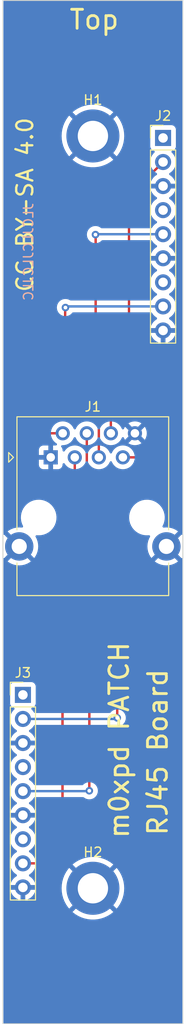
<source format=kicad_pcb>
(kicad_pcb (version 20221018) (generator pcbnew)
  (layers (0 "F.Cu" signal) (31 "B.Cu" signal) (34 "B.Paste" user) (35 "F.Paste" user) (36 "B.SilkS" user "B.Silkscreen") (37 "F.SilkS" user "F.Silkscreen") (38 "B.Mask" user) (39 "F.Mask" user) (44 "Edge.Cuts" user))
  (net 0 "")
  (net 1 "GND")
  (net 3 "Net-(J2-Pin_2)")
  (net 6 "Net-(J3-Pin_2)")
  (net 9 "Net-(J3-Pin_8)")
  (net 10 "Net-(J3-Pin_5)")
  (net 11 "Net-(J2-Pin_8)")
  (net 12 "Net-(J2-Pin_5)")
  (footprint "Connector_PinHeader_2.54mm:PinHeader_1x09_P2.54mm_Vertical" (layer "F.Cu") (at 102.11 123.29)
    (fp_text reference "J3" (at 0 -2.33) (layer "F.SilkS"))
    (fp_text value "Conn_01x09" hide)
    (fp_line (start -1.33 -1.33) (end 0 -1.33) (stroke (width 0.12)) (layer "F.SilkS"))
    (fp_line (start -1.33 0) (end -1.33 -1.33) (stroke (width 0.12)) (layer "F.SilkS"))
    (fp_line (start -1.33 1.27) (end -1.33 21.65) (stroke (width 0.12)) (layer "F.SilkS"))
    (fp_line (start -1.33 1.27) (end 1.33 1.27) (stroke (width 0.12)) (layer "F.SilkS"))
    (fp_line (start -1.33 21.65) (end 1.33 21.65) (stroke (width 0.12)) (layer "F.SilkS"))
    (fp_line (start 1.33 1.27) (end 1.33 21.65) (stroke (width 0.12)) (layer "F.SilkS"))
    (pad "1" thru_hole rect (at 0 0) (size 1.7 1.7) (drill 1) (layers "*.Cu" "*.Mask"))
    (pad "2" thru_hole oval (at 0 2.54) (size 1.7 1.7) (drill 1) (layers "*.Cu" "*.Mask") (net 6 "Net-(J3-Pin_2)"))
    (pad "3" thru_hole oval (at 0 5.08) (size 1.7 1.7) (drill 1) (layers "*.Cu" "*.Mask") (net 1 "GND"))
    (pad "4" thru_hole oval (at 0 7.62) (size 1.7 1.7) (drill 1) (layers "*.Cu" "*.Mask"))
    (pad "5" thru_hole oval (at 0 10.16) (size 1.7 1.7) (drill 1) (layers "*.Cu" "*.Mask") (net 10 "Net-(J3-Pin_5)"))
    (pad "6" thru_hole oval (at 0 12.7) (size 1.7 1.7) (drill 1) (layers "*.Cu" "*.Mask") (net 1 "GND"))
    (pad "7" thru_hole oval (at 0 15.24) (size 1.7 1.7) (drill 1) (layers "*.Cu" "*.Mask"))
    (pad "8" thru_hole oval (at 0 17.78) (size 1.7 1.7) (drill 1) (layers "*.Cu" "*.Mask") (net 9 "Net-(J3-Pin_8)"))
    (pad "9" thru_hole oval (at 0 20.32) (size 1.7 1.7) (drill 1) (layers "*.Cu" "*.Mask") (net 1 "GND"))
  )
  (footprint "Connector_RJ:RJ45_Ninigi_GE" (layer "F.Cu") (at 105.045 98.22)
    (fp_text reference "J1" (at 4.445 -5.34) (layer "F.SilkS"))
    (fp_text value "RJ45_Shielded")
    (fp_line (start -4.441 -0.508) (end -4.441 0.508) (stroke (width 0.12)) (layer "F.SilkS"))
    (fp_line (start -4.441 0.508) (end -3.933 0) (stroke (width 0.12)) (layer "F.SilkS"))
    (fp_line (start -3.933 0) (end -4.441 -0.508) (stroke (width 0.12)) (layer "F.SilkS"))
    (fp_line (start -3.565 -4.28) (end -3.565 7.65) (stroke (width 0.12)) (layer "F.SilkS"))
    (fp_line (start -3.565 11.15) (end -3.565 14.59) (stroke (width 0.12)) (layer "F.SilkS"))
    (fp_line (start 12.455 -4.28) (end -3.565 -4.28) (stroke (width 0.12)) (layer "F.SilkS"))
    (fp_line (start 12.455 -4.28) (end 12.455 7.65) (stroke (width 0.12)) (layer "F.SilkS"))
    (fp_line (start 12.455 11.15) (end 12.455 14.59) (stroke (width 0.12)) (layer "F.SilkS"))
    (fp_line (start 12.455 14.59) (end -3.565 14.59) (stroke (width 0.12)) (layer "F.SilkS"))
    (pad "" np_thru_hole circle (at -1.27 6.35) (size 3.25 3.25) (drill 3.25) (layers "*.Cu" "*.Mask"))
    (pad "" np_thru_hole circle (at 10.16 6.35 180) (size 3.25 3.25) (drill 3.25) (layers "*.Cu" "*.Mask"))
    (pad "1" thru_hole rect (at 0 0 180) (size 1.5 1.5) (drill 0.9) (layers "*.Cu" "*.Mask") (net 1 "GND"))
    (pad "2" thru_hole circle (at 1.27 -2.54 180) (size 1.5 1.5) (drill 0.9) (layers "*.Cu" "*.Mask") (net 9 "Net-(J3-Pin_8)"))
    (pad "3" thru_hole circle (at 2.54 0 180) (size 1.5 1.5) (drill 0.9) (layers "*.Cu" "*.Mask") (net 10 "Net-(J3-Pin_5)"))
    (pad "4" thru_hole circle (at 3.81 -2.54 180) (size 1.5 1.5) (drill 0.9) (layers "*.Cu" "*.Mask") (net 6 "Net-(J3-Pin_2)"))
    (pad "5" thru_hole circle (at 5.08 0 180) (size 1.5 1.5) (drill 0.9) (layers "*.Cu" "*.Mask") (net 11 "Net-(J2-Pin_8)"))
    (pad "6" thru_hole circle (at 6.35 -2.54 180) (size 1.5 1.5) (drill 0.9) (layers "*.Cu" "*.Mask") (net 12 "Net-(J2-Pin_5)"))
    (pad "7" thru_hole circle (at 7.62 0 180) (size 1.5 1.5) (drill 0.9) (layers "*.Cu" "*.Mask") (net 3 "Net-(J2-Pin_2)"))
    (pad "8" thru_hole circle (at 8.89 -2.54 180) (size 1.5 1.5) (drill 0.9) (layers "*.Cu" "*.Mask") (net 1 "GND"))
    (pad "SH" thru_hole circle (at -3.325 9.4) (size 3 3) (drill 1.6) (layers "*.Cu" "*.Mask") (net 1 "GND"))
    (pad "SH" thru_hole circle (at 12.215 9.4 180) (size 3 3) (drill 1.6) (layers "*.Cu" "*.Mask") (net 1 "GND"))
  )
  (footprint "Connector_PinHeader_2.54mm:PinHeader_1x09_P2.54mm_Vertical" (layer "F.Cu") (at 116.91 64.51)
    (fp_text reference "J2" (at 0 -2.33) (layer "F.SilkS"))
    (fp_text value "Conn_01x09" hide)
    (fp_line (start -1.33 -1.33) (end 0 -1.33) (stroke (width 0.12)) (layer "F.SilkS"))
    (fp_line (start -1.33 0) (end -1.33 -1.33) (stroke (width 0.12)) (layer "F.SilkS"))
    (fp_line (start -1.33 1.27) (end -1.33 21.65) (stroke (width 0.12)) (layer "F.SilkS"))
    (fp_line (start -1.33 1.27) (end 1.33 1.27) (stroke (width 0.12)) (layer "F.SilkS"))
    (fp_line (start -1.33 21.65) (end 1.33 21.65) (stroke (width 0.12)) (layer "F.SilkS"))
    (fp_line (start 1.33 1.27) (end 1.33 21.65) (stroke (width 0.12)) (layer "F.SilkS"))
    (pad "1" thru_hole rect (at 0 0) (size 1.7 1.7) (drill 1) (layers "*.Cu" "*.Mask"))
    (pad "2" thru_hole oval (at 0 2.54) (size 1.7 1.7) (drill 1) (layers "*.Cu" "*.Mask") (net 3 "Net-(J2-Pin_2)"))
    (pad "3" thru_hole oval (at 0 5.08) (size 1.7 1.7) (drill 1) (layers "*.Cu" "*.Mask") (net 1 "GND"))
    (pad "4" thru_hole oval (at 0 7.62) (size 1.7 1.7) (drill 1) (layers "*.Cu" "*.Mask"))
    (pad "5" thru_hole oval (at 0 10.16) (size 1.7 1.7) (drill 1) (layers "*.Cu" "*.Mask") (net 12 "Net-(J2-Pin_5)"))
    (pad "6" thru_hole oval (at 0 12.7) (size 1.7 1.7) (drill 1) (layers "*.Cu" "*.Mask") (net 1 "GND"))
    (pad "7" thru_hole oval (at 0 15.24) (size 1.7 1.7) (drill 1) (layers "*.Cu" "*.Mask"))
    (pad "8" thru_hole oval (at 0 17.78) (size 1.7 1.7) (drill 1) (layers "*.Cu" "*.Mask") (net 11 "Net-(J2-Pin_8)"))
    (pad "9" thru_hole oval (at 0 20.32) (size 1.7 1.7) (drill 1) (layers "*.Cu" "*.Mask") (net 1 "GND"))
  )
  (footprint "MountingHole:MountingHole_3.2mm_M3_DIN965_Pad_TopBottom" (layer "F.Cu") (at 109.5 64.3)
    (fp_text reference "H1" (at 0 -3.8) (layer "F.SilkS"))
    (fp_text value "MountingHole_Pad" hide)
    (pad "1" thru_hole circle (at 0 0) (size 3.6 3.6) (drill 3.2) (layers "*.Cu" "*.Mask") (net 1 "GND"))
    (pad "1" connect circle (at 0 0) (size 5.6 5.6) (layers "F.Cu" "F.Mask") (net 1 "GND"))
    (pad "1" connect circle (at 0 0) (size 5.6 5.6) (layers "B.Cu" "B.Mask") (net 1 "GND"))
  )
  (footprint "MountingHole:MountingHole_3.2mm_M3_DIN965_Pad_TopBottom" (layer "F.Cu") (at 109.5 143.7)
    (fp_text reference "H2" (at 0 -3.8) (layer "F.SilkS"))
    (fp_text value "MountingHole_Pad" hide)
    (pad "1" thru_hole circle (at 0 0) (size 3.6 3.6) (drill 3.2) (layers "*.Cu" "*.Mask") (net 1 "GND"))
    (pad "1" connect circle (at 0 0) (size 5.6 5.6) (layers "F.Cu" "F.Mask") (net 1 "GND"))
    (pad "1" connect circle (at 0 0) (size 5.6 5.6) (layers "B.Cu" "B.Mask") (net 1 "GND"))
  )
  (gr_line (start 119 158) (end 100 158) (stroke (width 0.1)) (layer "Edge.Cuts"))
  (gr_line (start 119 50) (end 119 158) (stroke (width 0.1)) (layer "Edge.Cuts"))
  (gr_line (start 100 50) (end 119 50) (stroke (width 0.1)) (layer "Edge.Cuts"))
  (gr_line (start 100 158) (end 100 50) (stroke (width 0.1)) (layer "Edge.Cuts"))
  (gr_text "JLCJLCJLCJLC" (at 103.28 71.29 90) (layer "B.SilkS") (effects (font (size 1 1)) (justify left bottom mirror)))
  (gr_text "m0xpd PATCH " (at 113.44 138.59 90) (layer "F.SilkS") (effects (font (size 2 2) (thickness 0.3) bold) (justify left bottom)))
  (gr_text "Top" (at 106.87 53.19) (layer "F.SilkS") (effects (font (size 2 2) (thickness 0.3) bold) (justify left bottom)))
  (gr_text "CC BY-SA 4.0" (at 103.32 80.91 90) (layer "F.SilkS") (effects (font (size 1.7 1.7) (thickness 0.25)) (justify left bottom)))
  (gr_text "RJ45 Board" (at 117.52 138.3 90) (layer "F.SilkS") (effects (font (size 2 2) (thickness 0.3) bold) (justify left bottom)))
  (segment (start 117.14 92.29) (end 117.14 95.55) (width 0.25) (layer "F.Cu") (net 3))
  (segment (start 113.31 88.46) (end 117.14 92.29) (width 0.25) (layer "F.Cu") (net 3))
  (segment (start 116.91 67.05) (end 113.31 70.65) (width 0.25) (layer "F.Cu") (net 3))
  (segment (start 117.14 95.55) (end 114.47 98.22) (width 0.25) (layer "F.Cu") (net 3))
  (segment (start 114.47 98.22) (end 112.665 98.22) (width 0.25) (layer "F.Cu") (net 3))
  (segment (start 113.31 70.65) (end 113.31 88.46) (width 0.25) (layer "F.Cu") (net 3))
  (segment (start 112.07 125.72) (end 112.04 125.71) (width 0.25) (layer "F.Cu") (net 6))
  (segment (start 112.07 125.72) (end 112.04 103) (width 0.25) (layer "F.Cu") (net 6))
  (segment (start 108.855 99.815) (end 108.855 95.68) (width 0.25) (layer "F.Cu") (net 6))
  (segment (start 112.04 103) (end 108.855 99.815) (width 0.25) (layer "F.Cu") (net 6))
  (segment (start 112.04 125.71) (end 112.03 125.72) (width 0.25) (layer "F.Cu") (net 6))
  (via (at 112.07 125.72) (size 0.8) (drill 0.4) (layers "F.Cu" "B.Cu") (net 6))
  (segment (start 111.96 125.83) (end 102.11 125.83) (width 0.25) (layer "B.Cu") (net 6))
  (segment (start 112.07 125.72) (end 111.96 125.83) (width 0.25) (layer "B.Cu") (net 6))
  (segment (start 103.32 99.52) (end 106.29 102.49) (width 0.25) (layer "F.Cu") (net 9))
  (segment (start 106.29 102.49) (end 106.29 139.39) (width 0.25) (layer "F.Cu") (net 9))
  (segment (start 106.29 139.39) (end 104.61 141.07) (width 0.25) (layer "F.Cu") (net 9))
  (segment (start 103.32 96.73) (end 103.32 99.52) (width 0.25) (layer "F.Cu") (net 9))
  (segment (start 106.315 95.68) (end 104.37 95.68) (width 0.25) (layer "F.Cu") (net 9))
  (segment (start 104.61 141.07) (end 102.11 141.07) (width 0.25) (layer "F.Cu") (net 9))
  (segment (start 104.37 95.68) (end 103.32 96.73) (width 0.25) (layer "F.Cu") (net 9))
  (segment (start 109.12 133.41) (end 109.14 133.43) (width 0.25) (layer "F.Cu") (net 10))
  (segment (start 107.585 98.22) (end 107.585325 100.51) (width 0.25) (layer "F.Cu") (net 10))
  (segment (start 109.14 102.57) (end 109.12 133.41) (width 0.25) (layer "F.Cu") (net 10))
  (segment (start 107.585325 101.015325) (end 109.14 102.57) (width 0.25) (layer "F.Cu") (net 10))
  (segment (start 107.585325 100.51) (end 107.585325 101.015325) (width 0.25) (layer "F.Cu") (net 10))
  (via (at 109.12 133.41) (size 0.8) (drill 0.4) (layers "F.Cu" "B.Cu") (net 10))
  (segment (start 109.12 133.41) (end 109.08 133.45) (width 0.25) (layer "B.Cu") (net 10))
  (segment (start 109.08 133.45) (end 102.11 133.45) (width 0.25) (layer "B.Cu") (net 10))
  (segment (start 106.57 82.44) (end 106.6 82.41) (width 0.25) (layer "F.Cu") (net 11))
  (segment (start 110.125 98.22) (end 110.125 94.13) (width 0.25) (layer "F.Cu") (net 11))
  (segment (start 106.6 82.41) (end 106.63 82.38) (width 0.25) (layer "F.Cu") (net 11))
  (segment (start 106.57 90.575) (end 106.57 82.44) (width 0.25) (layer "F.Cu") (net 11))
  (segment (start 110.125 94.13) (end 106.57 90.575) (width 0.25) (layer "F.Cu") (net 11))
  (via (at 106.6 82.41) (size 0.8) (drill 0.4) (layers "F.Cu" "B.Cu") (net 11))
  (segment (start 106.72 82.29) (end 116.91 82.29) (width 0.25) (layer "B.Cu") (net 11))
  (segment (start 106.6 82.41) (end 106.72 82.29) (width 0.25) (layer "B.Cu") (net 11))
  (segment (start 109.77 74.77) (end 109.77 74.71) (width 0.25) (layer "F.Cu") (net 12))
  (segment (start 111.395 91.39) (end 111.395 91.065) (width 0.25) (layer "F.Cu") (net 12))
  (segment (start 109.77 74.71) (end 109.83 74.71) (width 0.25) (layer "F.Cu") (net 12))
  (segment (start 109.79 74.75) (end 109.77 74.77) (width 0.25) (layer "F.Cu") (net 12))
  (segment (start 111.395 91.065) (end 109.79 89.46) (width 0.25) (layer "F.Cu") (net 12))
  (segment (start 109.79 89.46) (end 109.79 74.75) (width 0.25) (layer "F.Cu") (net 12))
  (segment (start 109.83 74.71) (end 109.81 74.73) (width 0.25) (layer "F.Cu") (net 12))
  (segment (start 111.395 95.68) (end 111.395 91.39) (width 0.25) (layer "F.Cu") (net 12))
  (via (at 109.77 74.71) (size 0.8) (drill 0.4) (layers "F.Cu" "B.Cu") (net 12))
  (segment (start 109.77 74.71) (end 109.81 74.67) (width 0.25) (layer "B.Cu") (net 12))
  (segment (start 109.81 74.67) (end 116.91 74.67) (width 0.25) (layer "B.Cu") (net 12))
  (zone (net 1) (net_name "GND") (layer "B.Cu") (connect_pads (clearance 0.5)) (min_thickness 0.25) (fill yes (thermal_gap 0.5) (thermal_bridge_width 0.5))
    (polygon (pts (xy 100 50) (xy 119 50) (xy 119 158) (xy 100 158)))
  )
)
</source>
